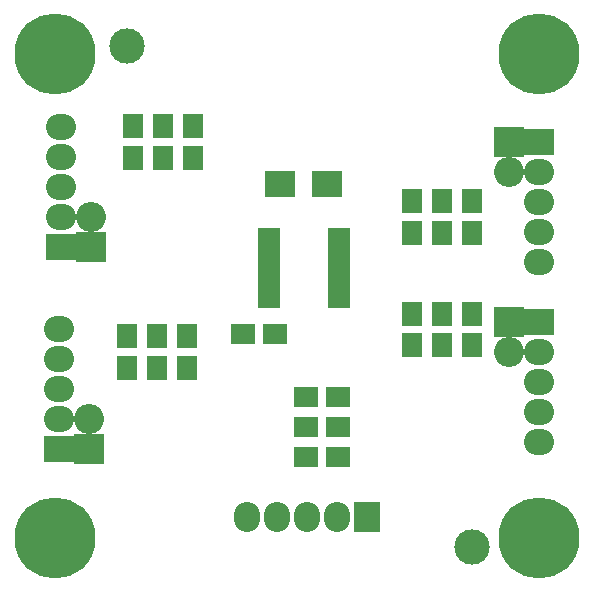
<source format=gts>
G04 #@! TF.FileFunction,Soldermask,Top*
%FSLAX46Y46*%
G04 Gerber Fmt 4.6, Leading zero omitted, Abs format (unit mm)*
G04 Created by KiCad (PCBNEW (after 2015-mar-04 BZR unknown)-product) date 8/1/2015 10:10:59 AM*
%MOMM*%
G01*
G04 APERTURE LIST*
%ADD10C,0.150000*%
%ADD11C,3.000000*%
%ADD12R,2.008000X1.808000*%
%ADD13R,1.808000X2.008000*%
%ADD14C,6.858000*%
%ADD15R,2.540000X2.235200*%
%ADD16O,2.540000X2.235200*%
%ADD17R,2.235200X2.540000*%
%ADD18O,2.235200X2.540000*%
%ADD19R,1.958000X0.958000*%
%ADD20R,2.540000X2.540000*%
%ADD21O,2.540000X2.540000*%
%ADD22R,2.508000X2.208000*%
G04 APERTURE END LIST*
D10*
D11*
X194310000Y-125730000D03*
X165100000Y-83312000D03*
D12*
X182960000Y-113030000D03*
X180260000Y-113030000D03*
X182960000Y-115570000D03*
X180260000Y-115570000D03*
X182960000Y-118110000D03*
X180260000Y-118110000D03*
D13*
X189230000Y-105965000D03*
X189230000Y-108665000D03*
X194310000Y-96440000D03*
X194310000Y-99140000D03*
X170688000Y-90090000D03*
X170688000Y-92790000D03*
X165100000Y-110570000D03*
X165100000Y-107870000D03*
X191770000Y-105965000D03*
X191770000Y-108665000D03*
X191770000Y-96440000D03*
X191770000Y-99140000D03*
X168148000Y-90090000D03*
X168148000Y-92790000D03*
X167640000Y-110570000D03*
X167640000Y-107870000D03*
X194310000Y-105965000D03*
X194310000Y-108665000D03*
D14*
X159000000Y-84000000D03*
X200000000Y-84000000D03*
X159000000Y-125000000D03*
X200000000Y-125000000D03*
D15*
X200025000Y-106680000D03*
D16*
X200025000Y-109220000D03*
X200025000Y-111760000D03*
X200025000Y-114300000D03*
X200025000Y-116840000D03*
D15*
X200025000Y-91440000D03*
D16*
X200025000Y-93980000D03*
X200025000Y-96520000D03*
X200025000Y-99060000D03*
X200025000Y-101600000D03*
D15*
X159512000Y-100330000D03*
D16*
X159512000Y-97790000D03*
X159512000Y-95250000D03*
X159512000Y-92710000D03*
X159512000Y-90170000D03*
D15*
X159385000Y-117475000D03*
D16*
X159385000Y-114935000D03*
X159385000Y-112395000D03*
X159385000Y-109855000D03*
X159385000Y-107315000D03*
D13*
X189230000Y-96440000D03*
X189230000Y-99140000D03*
X165608000Y-90090000D03*
X165608000Y-92790000D03*
X170180000Y-110570000D03*
X170180000Y-107870000D03*
D17*
X185420000Y-123190000D03*
D18*
X182880000Y-123190000D03*
X180340000Y-123190000D03*
X177800000Y-123190000D03*
X175260000Y-123190000D03*
D19*
X183036000Y-105033000D03*
X183036000Y-104383000D03*
X183036000Y-103733000D03*
X183036000Y-103083000D03*
X183036000Y-102433000D03*
X183036000Y-101783000D03*
X183036000Y-101133000D03*
X183036000Y-100483000D03*
X183036000Y-99833000D03*
X183036000Y-99183000D03*
X177136000Y-99183000D03*
X177136000Y-99833000D03*
X177136000Y-100483000D03*
X177136000Y-101133000D03*
X177136000Y-101783000D03*
X177136000Y-102433000D03*
X177136000Y-103083000D03*
X177136000Y-103733000D03*
X177136000Y-104383000D03*
X177136000Y-105033000D03*
D20*
X197485000Y-106680000D03*
D21*
X197485000Y-109220000D03*
D20*
X197485000Y-91440000D03*
D21*
X197485000Y-93980000D03*
D20*
X162052000Y-100330000D03*
D21*
X162052000Y-97790000D03*
D20*
X161925000Y-117475000D03*
D21*
X161925000Y-114935000D03*
D12*
X177626000Y-107696000D03*
X174926000Y-107696000D03*
D22*
X178086000Y-94996000D03*
X182086000Y-94996000D03*
M02*

</source>
